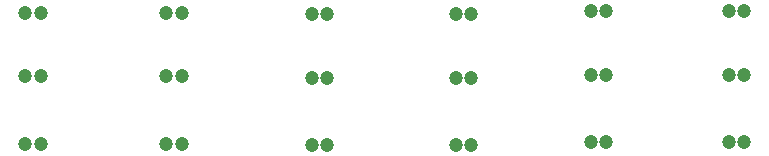
<source format=gtp>
G04 Layer: TopPasteMaskLayer*
G04 EasyEDA Pro v2.2.35.2, 2025-01-29 23:55:14*
G04 Gerber Generator version 0.3*
G04 Scale: 100 percent, Rotated: No, Reflected: No*
G04 Dimensions in millimeters*
G04 Leading zeros omitted, absolute positions, 4 integers and 5 decimals*
%FSLAX45Y45*%
%MOMM*%
%ADD10C,1.2*%
G75*


G04 Pad Start*
G54D10*
G01X10301200Y-1216300D03*
G01X10171200Y-676300D03*
G01X10301200Y-1786300D03*
G01X10301200Y-676300D03*
G01X10171200Y-1216300D03*
G01X10171200Y-1786300D03*
G01X12663400Y-1190900D03*
G01X12533400Y-650900D03*
G01X12663400Y-1760900D03*
G01X12663400Y-650900D03*
G01X12533400Y-1190900D03*
G01X12533400Y-1760900D03*
G01X13831800Y-1190900D03*
G01X13701800Y-650900D03*
G01X13831800Y-1760900D03*
G01X13831800Y-650900D03*
G01X13701800Y-1190900D03*
G01X13701800Y-1760900D03*
G01X11520400Y-1216300D03*
G01X11390400Y-676300D03*
G01X11520400Y-1786300D03*
G01X11520400Y-676300D03*
G01X11390400Y-1216300D03*
G01X11390400Y-1786300D03*
G01X9069300Y-1203600D03*
G01X8939300Y-663600D03*
G01X9069300Y-1773600D03*
G01X9069300Y-663600D03*
G01X8939300Y-1203600D03*
G01X8939300Y-1773600D03*
G01X7875500Y-1203600D03*
G01X7745500Y-663600D03*
G01X7875500Y-1773600D03*
G01X7875500Y-663600D03*
G01X7745500Y-1203600D03*
G01X7745500Y-1773600D03*
G04 Pad End*

M02*


</source>
